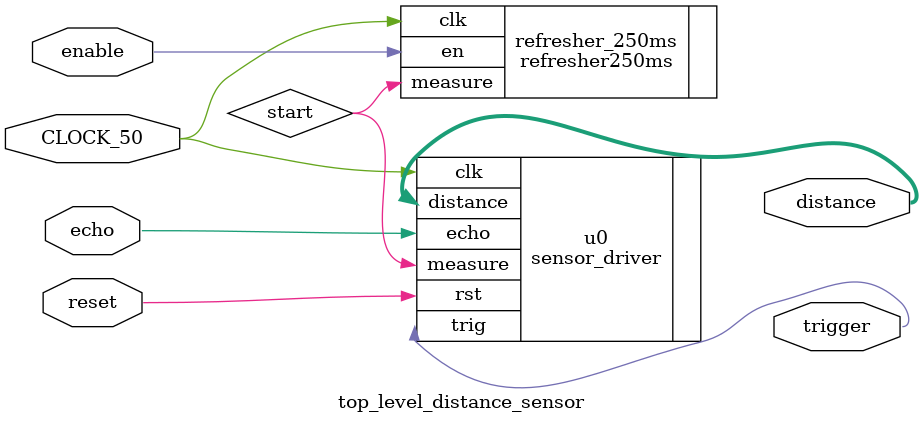
<source format=sv>
module top_level_distance_sensor (
    input CLOCK_50,
    input enable,
    input reset,
    input echo,
    output trigger,
    output [7:0] distance
);

logic start;

// Measure the distance every 250ms
refresher250ms refresher_250ms (
  .clk(CLOCK_50),
  .en(enable),
  .measure(start)
);

// Sends trigger and reads distance
sensor_driver u0(
  .clk(CLOCK_50),
  .rst(reset),
  .measure(start),
  .echo(echo),
  .trig(trigger),
  .distance(distance)
);
endmodule
</source>
